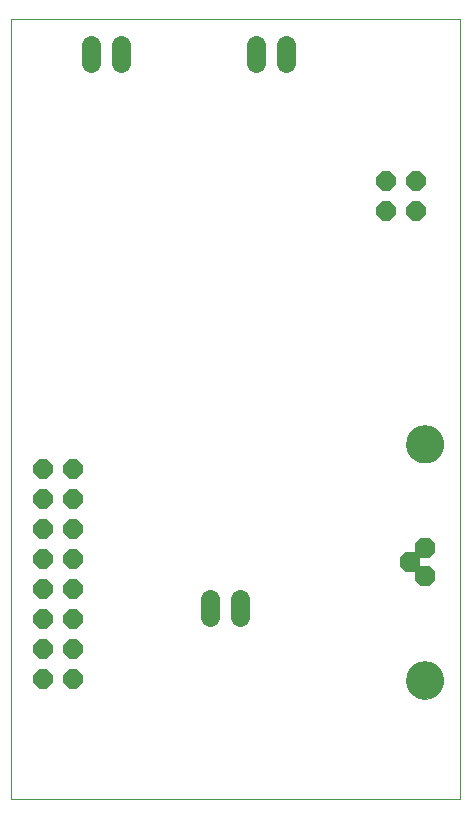
<source format=gbs>
G75*
%MOIN*%
%OFA0B0*%
%FSLAX25Y25*%
%IPPOS*%
%LPD*%
%AMOC8*
5,1,8,0,0,1.08239X$1,22.5*
%
%ADD10C,0.00000*%
%ADD11C,0.12600*%
%ADD12C,0.06400*%
%ADD13OC8,0.06850*%
%ADD14OC8,0.06400*%
D10*
X0004419Y0001800D02*
X0004419Y0261643D01*
X0154025Y0261643D01*
X0154045Y0001800D01*
X0004419Y0001800D01*
X0136114Y0041170D02*
X0136116Y0041326D01*
X0136122Y0041481D01*
X0136132Y0041637D01*
X0136146Y0041792D01*
X0136164Y0041947D01*
X0136185Y0042101D01*
X0136211Y0042255D01*
X0136241Y0042408D01*
X0136274Y0042560D01*
X0136312Y0042711D01*
X0136353Y0042861D01*
X0136398Y0043010D01*
X0136447Y0043158D01*
X0136500Y0043305D01*
X0136556Y0043450D01*
X0136616Y0043594D01*
X0136680Y0043736D01*
X0136747Y0043877D01*
X0136818Y0044015D01*
X0136893Y0044152D01*
X0136971Y0044287D01*
X0137052Y0044420D01*
X0137137Y0044551D01*
X0137225Y0044679D01*
X0137316Y0044806D01*
X0137410Y0044930D01*
X0137508Y0045051D01*
X0137609Y0045170D01*
X0137712Y0045286D01*
X0137819Y0045400D01*
X0137928Y0045511D01*
X0138041Y0045619D01*
X0138156Y0045724D01*
X0138273Y0045826D01*
X0138393Y0045925D01*
X0138516Y0046021D01*
X0138641Y0046114D01*
X0138769Y0046204D01*
X0138898Y0046290D01*
X0139030Y0046373D01*
X0139164Y0046453D01*
X0139300Y0046529D01*
X0139438Y0046602D01*
X0139577Y0046671D01*
X0139719Y0046736D01*
X0139862Y0046798D01*
X0140006Y0046856D01*
X0140152Y0046911D01*
X0140299Y0046962D01*
X0140448Y0047009D01*
X0140598Y0047052D01*
X0140748Y0047091D01*
X0140900Y0047127D01*
X0141053Y0047158D01*
X0141206Y0047186D01*
X0141360Y0047210D01*
X0141514Y0047230D01*
X0141669Y0047246D01*
X0141825Y0047258D01*
X0141980Y0047266D01*
X0142136Y0047270D01*
X0142292Y0047270D01*
X0142448Y0047266D01*
X0142603Y0047258D01*
X0142759Y0047246D01*
X0142914Y0047230D01*
X0143068Y0047210D01*
X0143222Y0047186D01*
X0143375Y0047158D01*
X0143528Y0047127D01*
X0143680Y0047091D01*
X0143830Y0047052D01*
X0143980Y0047009D01*
X0144129Y0046962D01*
X0144276Y0046911D01*
X0144422Y0046856D01*
X0144566Y0046798D01*
X0144709Y0046736D01*
X0144851Y0046671D01*
X0144990Y0046602D01*
X0145128Y0046529D01*
X0145264Y0046453D01*
X0145398Y0046373D01*
X0145530Y0046290D01*
X0145659Y0046204D01*
X0145787Y0046114D01*
X0145912Y0046021D01*
X0146035Y0045925D01*
X0146155Y0045826D01*
X0146272Y0045724D01*
X0146387Y0045619D01*
X0146500Y0045511D01*
X0146609Y0045400D01*
X0146716Y0045286D01*
X0146819Y0045170D01*
X0146920Y0045051D01*
X0147018Y0044930D01*
X0147112Y0044806D01*
X0147203Y0044679D01*
X0147291Y0044551D01*
X0147376Y0044420D01*
X0147457Y0044287D01*
X0147535Y0044152D01*
X0147610Y0044015D01*
X0147681Y0043877D01*
X0147748Y0043736D01*
X0147812Y0043594D01*
X0147872Y0043450D01*
X0147928Y0043305D01*
X0147981Y0043158D01*
X0148030Y0043010D01*
X0148075Y0042861D01*
X0148116Y0042711D01*
X0148154Y0042560D01*
X0148187Y0042408D01*
X0148217Y0042255D01*
X0148243Y0042101D01*
X0148264Y0041947D01*
X0148282Y0041792D01*
X0148296Y0041637D01*
X0148306Y0041481D01*
X0148312Y0041326D01*
X0148314Y0041170D01*
X0148312Y0041014D01*
X0148306Y0040859D01*
X0148296Y0040703D01*
X0148282Y0040548D01*
X0148264Y0040393D01*
X0148243Y0040239D01*
X0148217Y0040085D01*
X0148187Y0039932D01*
X0148154Y0039780D01*
X0148116Y0039629D01*
X0148075Y0039479D01*
X0148030Y0039330D01*
X0147981Y0039182D01*
X0147928Y0039035D01*
X0147872Y0038890D01*
X0147812Y0038746D01*
X0147748Y0038604D01*
X0147681Y0038463D01*
X0147610Y0038325D01*
X0147535Y0038188D01*
X0147457Y0038053D01*
X0147376Y0037920D01*
X0147291Y0037789D01*
X0147203Y0037661D01*
X0147112Y0037534D01*
X0147018Y0037410D01*
X0146920Y0037289D01*
X0146819Y0037170D01*
X0146716Y0037054D01*
X0146609Y0036940D01*
X0146500Y0036829D01*
X0146387Y0036721D01*
X0146272Y0036616D01*
X0146155Y0036514D01*
X0146035Y0036415D01*
X0145912Y0036319D01*
X0145787Y0036226D01*
X0145659Y0036136D01*
X0145530Y0036050D01*
X0145398Y0035967D01*
X0145264Y0035887D01*
X0145128Y0035811D01*
X0144990Y0035738D01*
X0144851Y0035669D01*
X0144709Y0035604D01*
X0144566Y0035542D01*
X0144422Y0035484D01*
X0144276Y0035429D01*
X0144129Y0035378D01*
X0143980Y0035331D01*
X0143830Y0035288D01*
X0143680Y0035249D01*
X0143528Y0035213D01*
X0143375Y0035182D01*
X0143222Y0035154D01*
X0143068Y0035130D01*
X0142914Y0035110D01*
X0142759Y0035094D01*
X0142603Y0035082D01*
X0142448Y0035074D01*
X0142292Y0035070D01*
X0142136Y0035070D01*
X0141980Y0035074D01*
X0141825Y0035082D01*
X0141669Y0035094D01*
X0141514Y0035110D01*
X0141360Y0035130D01*
X0141206Y0035154D01*
X0141053Y0035182D01*
X0140900Y0035213D01*
X0140748Y0035249D01*
X0140598Y0035288D01*
X0140448Y0035331D01*
X0140299Y0035378D01*
X0140152Y0035429D01*
X0140006Y0035484D01*
X0139862Y0035542D01*
X0139719Y0035604D01*
X0139577Y0035669D01*
X0139438Y0035738D01*
X0139300Y0035811D01*
X0139164Y0035887D01*
X0139030Y0035967D01*
X0138898Y0036050D01*
X0138769Y0036136D01*
X0138641Y0036226D01*
X0138516Y0036319D01*
X0138393Y0036415D01*
X0138273Y0036514D01*
X0138156Y0036616D01*
X0138041Y0036721D01*
X0137928Y0036829D01*
X0137819Y0036940D01*
X0137712Y0037054D01*
X0137609Y0037170D01*
X0137508Y0037289D01*
X0137410Y0037410D01*
X0137316Y0037534D01*
X0137225Y0037661D01*
X0137137Y0037789D01*
X0137052Y0037920D01*
X0136971Y0038053D01*
X0136893Y0038188D01*
X0136818Y0038325D01*
X0136747Y0038463D01*
X0136680Y0038604D01*
X0136616Y0038746D01*
X0136556Y0038890D01*
X0136500Y0039035D01*
X0136447Y0039182D01*
X0136398Y0039330D01*
X0136353Y0039479D01*
X0136312Y0039629D01*
X0136274Y0039780D01*
X0136241Y0039932D01*
X0136211Y0040085D01*
X0136185Y0040239D01*
X0136164Y0040393D01*
X0136146Y0040548D01*
X0136132Y0040703D01*
X0136122Y0040859D01*
X0136116Y0041014D01*
X0136114Y0041170D01*
X0136114Y0119910D02*
X0136116Y0120066D01*
X0136122Y0120221D01*
X0136132Y0120377D01*
X0136146Y0120532D01*
X0136164Y0120687D01*
X0136185Y0120841D01*
X0136211Y0120995D01*
X0136241Y0121148D01*
X0136274Y0121300D01*
X0136312Y0121451D01*
X0136353Y0121601D01*
X0136398Y0121750D01*
X0136447Y0121898D01*
X0136500Y0122045D01*
X0136556Y0122190D01*
X0136616Y0122334D01*
X0136680Y0122476D01*
X0136747Y0122617D01*
X0136818Y0122755D01*
X0136893Y0122892D01*
X0136971Y0123027D01*
X0137052Y0123160D01*
X0137137Y0123291D01*
X0137225Y0123419D01*
X0137316Y0123546D01*
X0137410Y0123670D01*
X0137508Y0123791D01*
X0137609Y0123910D01*
X0137712Y0124026D01*
X0137819Y0124140D01*
X0137928Y0124251D01*
X0138041Y0124359D01*
X0138156Y0124464D01*
X0138273Y0124566D01*
X0138393Y0124665D01*
X0138516Y0124761D01*
X0138641Y0124854D01*
X0138769Y0124944D01*
X0138898Y0125030D01*
X0139030Y0125113D01*
X0139164Y0125193D01*
X0139300Y0125269D01*
X0139438Y0125342D01*
X0139577Y0125411D01*
X0139719Y0125476D01*
X0139862Y0125538D01*
X0140006Y0125596D01*
X0140152Y0125651D01*
X0140299Y0125702D01*
X0140448Y0125749D01*
X0140598Y0125792D01*
X0140748Y0125831D01*
X0140900Y0125867D01*
X0141053Y0125898D01*
X0141206Y0125926D01*
X0141360Y0125950D01*
X0141514Y0125970D01*
X0141669Y0125986D01*
X0141825Y0125998D01*
X0141980Y0126006D01*
X0142136Y0126010D01*
X0142292Y0126010D01*
X0142448Y0126006D01*
X0142603Y0125998D01*
X0142759Y0125986D01*
X0142914Y0125970D01*
X0143068Y0125950D01*
X0143222Y0125926D01*
X0143375Y0125898D01*
X0143528Y0125867D01*
X0143680Y0125831D01*
X0143830Y0125792D01*
X0143980Y0125749D01*
X0144129Y0125702D01*
X0144276Y0125651D01*
X0144422Y0125596D01*
X0144566Y0125538D01*
X0144709Y0125476D01*
X0144851Y0125411D01*
X0144990Y0125342D01*
X0145128Y0125269D01*
X0145264Y0125193D01*
X0145398Y0125113D01*
X0145530Y0125030D01*
X0145659Y0124944D01*
X0145787Y0124854D01*
X0145912Y0124761D01*
X0146035Y0124665D01*
X0146155Y0124566D01*
X0146272Y0124464D01*
X0146387Y0124359D01*
X0146500Y0124251D01*
X0146609Y0124140D01*
X0146716Y0124026D01*
X0146819Y0123910D01*
X0146920Y0123791D01*
X0147018Y0123670D01*
X0147112Y0123546D01*
X0147203Y0123419D01*
X0147291Y0123291D01*
X0147376Y0123160D01*
X0147457Y0123027D01*
X0147535Y0122892D01*
X0147610Y0122755D01*
X0147681Y0122617D01*
X0147748Y0122476D01*
X0147812Y0122334D01*
X0147872Y0122190D01*
X0147928Y0122045D01*
X0147981Y0121898D01*
X0148030Y0121750D01*
X0148075Y0121601D01*
X0148116Y0121451D01*
X0148154Y0121300D01*
X0148187Y0121148D01*
X0148217Y0120995D01*
X0148243Y0120841D01*
X0148264Y0120687D01*
X0148282Y0120532D01*
X0148296Y0120377D01*
X0148306Y0120221D01*
X0148312Y0120066D01*
X0148314Y0119910D01*
X0148312Y0119754D01*
X0148306Y0119599D01*
X0148296Y0119443D01*
X0148282Y0119288D01*
X0148264Y0119133D01*
X0148243Y0118979D01*
X0148217Y0118825D01*
X0148187Y0118672D01*
X0148154Y0118520D01*
X0148116Y0118369D01*
X0148075Y0118219D01*
X0148030Y0118070D01*
X0147981Y0117922D01*
X0147928Y0117775D01*
X0147872Y0117630D01*
X0147812Y0117486D01*
X0147748Y0117344D01*
X0147681Y0117203D01*
X0147610Y0117065D01*
X0147535Y0116928D01*
X0147457Y0116793D01*
X0147376Y0116660D01*
X0147291Y0116529D01*
X0147203Y0116401D01*
X0147112Y0116274D01*
X0147018Y0116150D01*
X0146920Y0116029D01*
X0146819Y0115910D01*
X0146716Y0115794D01*
X0146609Y0115680D01*
X0146500Y0115569D01*
X0146387Y0115461D01*
X0146272Y0115356D01*
X0146155Y0115254D01*
X0146035Y0115155D01*
X0145912Y0115059D01*
X0145787Y0114966D01*
X0145659Y0114876D01*
X0145530Y0114790D01*
X0145398Y0114707D01*
X0145264Y0114627D01*
X0145128Y0114551D01*
X0144990Y0114478D01*
X0144851Y0114409D01*
X0144709Y0114344D01*
X0144566Y0114282D01*
X0144422Y0114224D01*
X0144276Y0114169D01*
X0144129Y0114118D01*
X0143980Y0114071D01*
X0143830Y0114028D01*
X0143680Y0113989D01*
X0143528Y0113953D01*
X0143375Y0113922D01*
X0143222Y0113894D01*
X0143068Y0113870D01*
X0142914Y0113850D01*
X0142759Y0113834D01*
X0142603Y0113822D01*
X0142448Y0113814D01*
X0142292Y0113810D01*
X0142136Y0113810D01*
X0141980Y0113814D01*
X0141825Y0113822D01*
X0141669Y0113834D01*
X0141514Y0113850D01*
X0141360Y0113870D01*
X0141206Y0113894D01*
X0141053Y0113922D01*
X0140900Y0113953D01*
X0140748Y0113989D01*
X0140598Y0114028D01*
X0140448Y0114071D01*
X0140299Y0114118D01*
X0140152Y0114169D01*
X0140006Y0114224D01*
X0139862Y0114282D01*
X0139719Y0114344D01*
X0139577Y0114409D01*
X0139438Y0114478D01*
X0139300Y0114551D01*
X0139164Y0114627D01*
X0139030Y0114707D01*
X0138898Y0114790D01*
X0138769Y0114876D01*
X0138641Y0114966D01*
X0138516Y0115059D01*
X0138393Y0115155D01*
X0138273Y0115254D01*
X0138156Y0115356D01*
X0138041Y0115461D01*
X0137928Y0115569D01*
X0137819Y0115680D01*
X0137712Y0115794D01*
X0137609Y0115910D01*
X0137508Y0116029D01*
X0137410Y0116150D01*
X0137316Y0116274D01*
X0137225Y0116401D01*
X0137137Y0116529D01*
X0137052Y0116660D01*
X0136971Y0116793D01*
X0136893Y0116928D01*
X0136818Y0117065D01*
X0136747Y0117203D01*
X0136680Y0117344D01*
X0136616Y0117486D01*
X0136556Y0117630D01*
X0136500Y0117775D01*
X0136447Y0117922D01*
X0136398Y0118070D01*
X0136353Y0118219D01*
X0136312Y0118369D01*
X0136274Y0118520D01*
X0136241Y0118672D01*
X0136211Y0118825D01*
X0136185Y0118979D01*
X0136164Y0119133D01*
X0136146Y0119288D01*
X0136132Y0119443D01*
X0136122Y0119599D01*
X0136116Y0119754D01*
X0136114Y0119910D01*
D11*
X0142214Y0119910D03*
X0142214Y0041170D03*
D12*
X0080777Y0062284D02*
X0080777Y0068284D01*
X0070777Y0068284D02*
X0070777Y0062284D01*
X0086033Y0246831D02*
X0086033Y0252831D01*
X0096033Y0252831D02*
X0096033Y0246831D01*
X0040915Y0246831D02*
X0040915Y0252831D01*
X0030915Y0252831D02*
X0030915Y0246831D01*
D13*
X0137477Y0080540D03*
X0142214Y0075803D03*
X0142214Y0085277D03*
D14*
X0139340Y0197587D03*
X0139340Y0207587D03*
X0129340Y0207587D03*
X0129340Y0197587D03*
X0025167Y0111603D03*
X0025167Y0101603D03*
X0025167Y0091603D03*
X0025167Y0081603D03*
X0025167Y0071603D03*
X0025167Y0061603D03*
X0025167Y0051603D03*
X0025167Y0041603D03*
X0015167Y0041603D03*
X0015167Y0051603D03*
X0015167Y0061603D03*
X0015167Y0071603D03*
X0015167Y0081603D03*
X0015167Y0091603D03*
X0015167Y0101603D03*
X0015167Y0111603D03*
M02*

</source>
